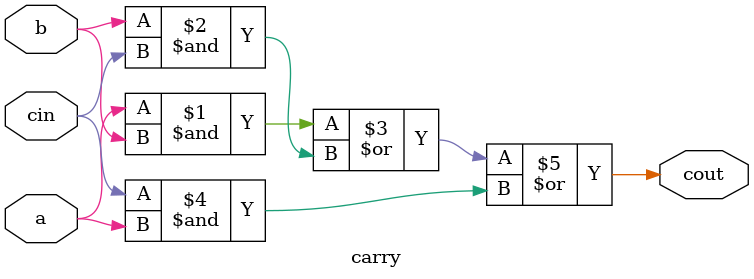
<source format=v>
module full_adder(sum,cout,a,b,cin);
    input a,b,cin;
    //wire t1;
    output sum, cout;

    sum s1(t1,a,b);
    sum s2(sum, t1,cin);
    carry c(cout, a,b,cin);
endmodule

module sum(y,a,b);
    input a,b;
    output y;
    assign y = a^b;
endmodule

module carry(cout, a,b,cin);
   input a,b,cin;
   output cout;

   assign cout = a & b | b & cin | cin & a;

endmodule   

</source>
